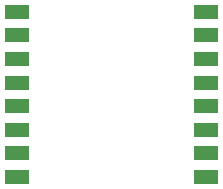
<source format=gbp>
G75*
%MOIN*%
%OFA0B0*%
%FSLAX25Y25*%
%IPPOS*%
%LPD*%
%AMOC8*
5,1,8,0,0,1.08239X$1,22.5*
%
%ADD10R,0.07874X0.04921*%
D10*
X0072241Y0024681D03*
X0072241Y0032555D03*
X0072241Y0040429D03*
X0072241Y0048303D03*
X0072241Y0056177D03*
X0072241Y0064051D03*
X0072241Y0071925D03*
X0072241Y0079799D03*
X0135233Y0079799D03*
X0135233Y0071925D03*
X0135233Y0064051D03*
X0135233Y0056177D03*
X0135233Y0048303D03*
X0135233Y0040429D03*
X0135233Y0032555D03*
X0135233Y0024681D03*
M02*

</source>
